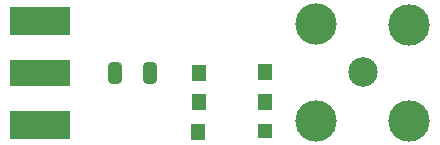
<source format=gbr>
%TF.GenerationSoftware,KiCad,Pcbnew,8.0.3*%
%TF.CreationDate,2024-07-19T13:19:08+02:00*%
%TF.ProjectId,Konwerter_impendancji.kicad_3_pcb,4b6f6e77-6572-4746-9572-5f696d70656e,rev?*%
%TF.SameCoordinates,Original*%
%TF.FileFunction,Soldermask,Top*%
%TF.FilePolarity,Negative*%
%FSLAX46Y46*%
G04 Gerber Fmt 4.6, Leading zero omitted, Abs format (unit mm)*
G04 Created by KiCad (PCBNEW 8.0.3) date 2024-07-19 13:19:08*
%MOMM*%
%LPD*%
G01*
G04 APERTURE LIST*
G04 Aperture macros list*
%AMRoundRect*
0 Rectangle with rounded corners*
0 $1 Rounding radius*
0 $2 $3 $4 $5 $6 $7 $8 $9 X,Y pos of 4 corners*
0 Add a 4 corners polygon primitive as box body*
4,1,4,$2,$3,$4,$5,$6,$7,$8,$9,$2,$3,0*
0 Add four circle primitives for the rounded corners*
1,1,$1+$1,$2,$3*
1,1,$1+$1,$4,$5*
1,1,$1+$1,$6,$7*
1,1,$1+$1,$8,$9*
0 Add four rect primitives between the rounded corners*
20,1,$1+$1,$2,$3,$4,$5,0*
20,1,$1+$1,$4,$5,$6,$7,0*
20,1,$1+$1,$6,$7,$8,$9,0*
20,1,$1+$1,$8,$9,$2,$3,0*%
G04 Aperture macros list end*
%ADD10RoundRect,0.250000X0.325000X0.650000X-0.325000X0.650000X-0.325000X-0.650000X0.325000X-0.650000X0*%
%ADD11R,1.200000X1.350000*%
%ADD12R,1.200000X1.300000*%
%ADD13R,5.080000X2.290000*%
%ADD14R,5.080000X2.420000*%
%ADD15C,2.500000*%
%ADD16C,3.500000*%
G04 APERTURE END LIST*
D10*
%TO.C,C1*%
X116425000Y-104817500D03*
X113475000Y-104817500D03*
%TD*%
D11*
%TO.C,TR1*%
X120540000Y-104810000D03*
X120550000Y-107300000D03*
X120530000Y-109780000D03*
D12*
X126190000Y-109740000D03*
D11*
X126190000Y-107310000D03*
X126190000Y-104770000D03*
%TD*%
D13*
%TO.C,J1*%
X107160000Y-104817500D03*
D14*
X107160000Y-100437500D03*
X107160000Y-109197500D03*
%TD*%
D15*
%TO.C,J2*%
X134480000Y-104777500D03*
D16*
X130480000Y-100677500D03*
X130480000Y-108877500D03*
X138380000Y-100777500D03*
X138380000Y-108877500D03*
%TD*%
M02*

</source>
